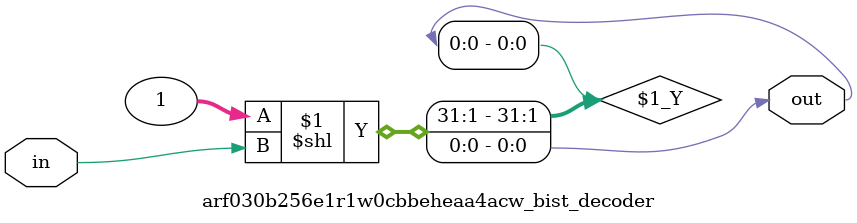
<source format=sv>

`ifndef ARF030B256E1R1W0CBBEHEAA4ACW_BIST_DECODER_SV
`define ARF030B256E1R1W0CBBEHEAA4ACW_BIST_DECODER_SV

module arf030b256e1r1w0cbbeheaa4acw_bist_decoder # (
  parameter IN_WIDTH  = 1,
  parameter OUT_WIDTH = 1
)
(
  input  logic [IN_WIDTH-1:0]  in,
  output logic [OUT_WIDTH-1:0] out
);
  
  assign out = 'b1 << in;

endmodule // arf030b256e1r1w0cbbeheaa4acw_bist_decoder

`endif // ARF030B256E1R1W0CBBEHEAA4ACW_BIST_DECODER_SV
</source>
